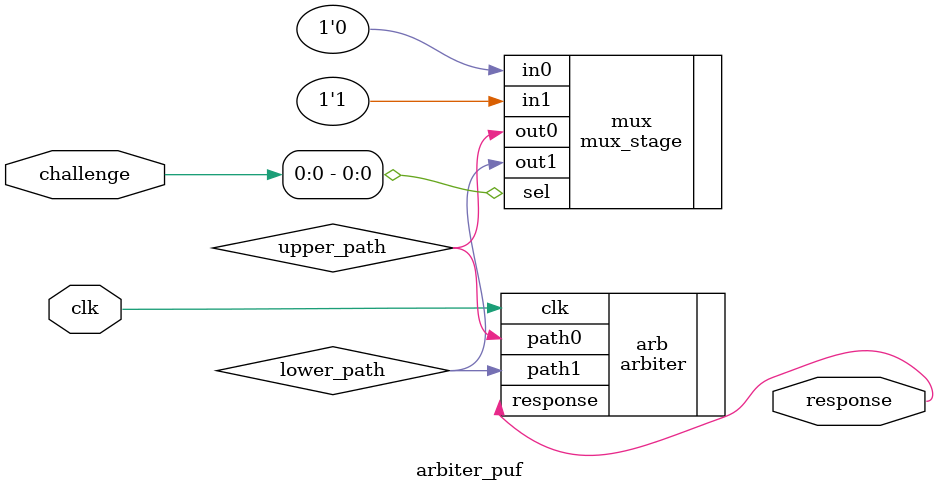
<source format=v>

module arbiter_puf (
    input clk,
    input [63:0] challenge,
    output response
);

    wire upper_path, lower_path;
    
    mux_stage mux (
        .sel(challenge[0]),
        .in0(1'b0),     
        .in1(1'b1),    
        .out0(upper_path),
        .out1(lower_path)
    );
    arbiter arb (
        .clk(clk),
        .path0(upper_path),
        .path1(lower_path),
        .response(response)
    );

endmodule

</source>
